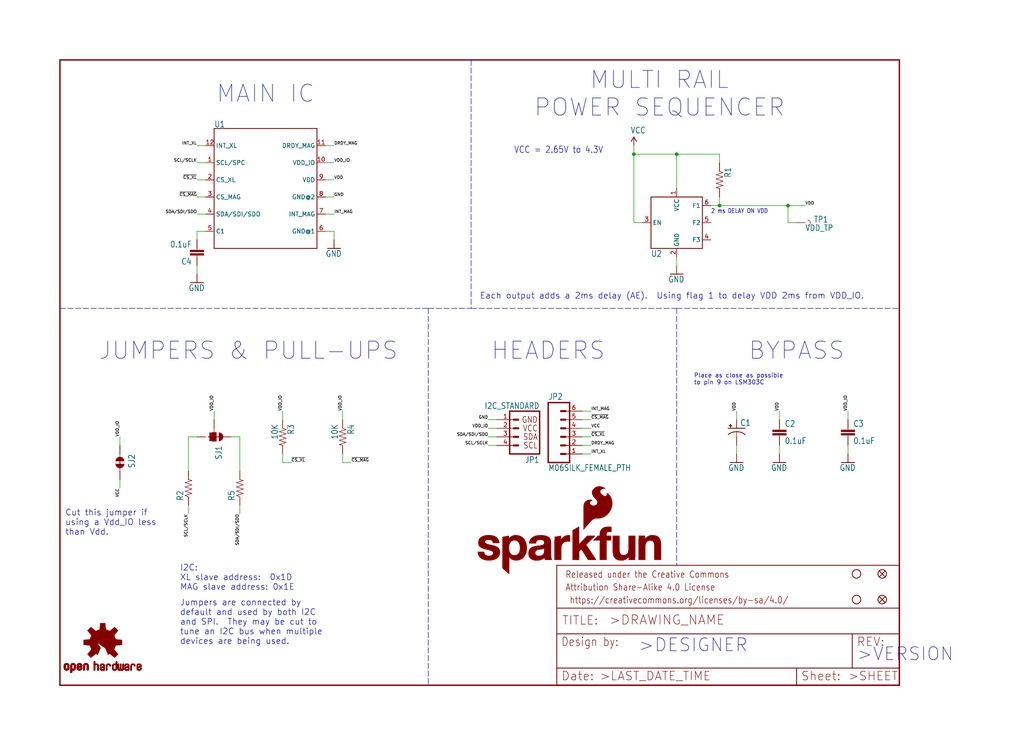
<source format=kicad_sch>
(kicad_sch (version 20211123) (generator eeschema)
  (paper "User" 303.657 223.926)
  (lib_symbols
    (symbol "schematicEagle-eagle-import:0.1UF-25V(+80{slash}-20%)(0603)"
      (property "Reference" "C" (at 1.524 2.921 0))
      (property "Value" "0.1UF-25V(+80{slash}-20%)(0603)" (at 1.524 -2.159 0))
      (symbol "0.1UF-25V(+80{slash}-20%)(0603)_1_0"
        (pin passive line (at 0 5.08 270) (length 2.54) (name "1") (number "1"))
        (pin passive line (at 0 -2.54 90) (length 2.54) (name "2") (number "2"))
      )
    )
    (symbol "schematicEagle-eagle-import:10KOHM-1{slash}10W-1%(0603)0603"
      (property "Reference" "R" (at -3.81 1.4986 0))
      (property "Value" "10KOHM-1{slash}10W-1%(0603)0603" (at -3.81 -3.302 0))
      (symbol "10KOHM-1{slash}10W-1%(0603)0603_1_0"
        (pin passive line (at -5.08 0 0) (length 2.54) (name "1") (number "1"))
        (pin passive line (at 5.08 0 180) (length 2.54) (name "2") (number "2"))
      )
    )
    (symbol "schematicEagle-eagle-import:4.7KOHM-1{slash}10W-1%(0603)"
      (property "Reference" "R" (at -3.81 1.4986 0))
      (property "Value" "4.7KOHM-1{slash}10W-1%(0603)" (at -3.81 -3.302 0))
      (symbol "4.7KOHM-1{slash}10W-1%(0603)_1_0"
        (pin passive line (at -5.08 0 0) (length 2.54) (name "1") (number "1"))
        (pin passive line (at 5.08 0 180) (length 2.54) (name "2") (number "2"))
      )
    )
    (symbol "schematicEagle-eagle-import:CAP_POL1206"
      (property "Reference" "C" (at 1.016 0.635 0))
      (property "Value" "CAP_POL1206" (at 1.016 -4.191 0))
      (symbol "CAP_POL1206_1_0"
        (pin passive line (at 0 2.54 270) (length 2.54) (name "+") (number "A"))
        (pin passive line (at 0 -5.08 90) (length 2.54) (name "-") (number "C"))
      )
    )
    (symbol "schematicEagle-eagle-import:FIDUCIAL1X2")
    (symbol "schematicEagle-eagle-import:FRAME-LETTER"
      (symbol "FRAME-LETTER_2_0"
        (text " https://creativecommons.org/licenses/by-sa/4.0/" (at 2.54 24.13 0) (effects (font (size 1.9304 1.6408)) (justify left bottom)))
        (text ">DRAWING_NAME" (at 15.494 17.78 0) (effects (font (size 2.7432 2.7432)) (justify left bottom)))
        (text ">LAST_DATE_TIME" (at 12.7 1.27 0) (effects (font (size 2.54 2.54)) (justify left bottom)))
        (text ">SHEET" (at 86.36 1.27 0) (effects (font (size 2.54 2.54)) (justify left bottom)))
        (text "Attribution Share-Alike 4.0 License" (at 2.54 27.94 0) (effects (font (size 1.9304 1.6408)) (justify left bottom)))
        (text "Date:" (at 1.27 1.27 0) (effects (font (size 2.54 2.54)) (justify left bottom)))
        (text "Design by:" (at 1.27 11.43 0) (effects (font (size 2.54 2.159)) (justify left bottom)))
        (text "Released under the Creative Commons" (at 2.54 31.75 0) (effects (font (size 1.9304 1.6408)) (justify left bottom)))
        (text "REV:" (at 88.9 11.43 0) (effects (font (size 2.54 2.54)) (justify left bottom)))
        (text "Sheet:" (at 72.39 1.27 0) (effects (font (size 2.54 2.54)) (justify left bottom)))
        (text "TITLE:" (at 1.524 17.78 0) (effects (font (size 2.54 2.54)) (justify left bottom)))
      )
    )
    (symbol "schematicEagle-eagle-import:GND" (power)
      (property "Value" "GND" (at -2.54 -2.54 0))
      (symbol "GND_1_0"
        (pin power_in line (at 0 2.54 270) (length 2.54) (name "GND") (number "1"))
      )
    )
    (symbol "schematicEagle-eagle-import:I2C_STANDARD"
      (property "Reference" "JP" (at -2.54 13.462 0))
      (property "Value" "I2C_STANDARD" (at -2.54 -2.54 0))
      (symbol "I2C_STANDARD_1_0"
        (text "GND" (at -2.032 2.54 0) (effects (font (size 1.778 1.5113)) (justify left)))
        (text "SCL" (at -2.032 10.16 0) (effects (font (size 1.778 1.5113)) (justify left)))
        (text "SDA" (at -2.032 7.62 0) (effects (font (size 1.778 1.5113)) (justify left)))
        (text "VCC" (at -2.032 5.08 0) (effects (font (size 1.778 1.5113)) (justify left)))
        (pin passive line (at 10.16 2.54 180) (length 5.08) (name "1") (number "1"))
        (pin passive line (at 10.16 5.08 180) (length 5.08) (name "2") (number "2"))
        (pin passive line (at 10.16 7.62 180) (length 5.08) (name "3") (number "3"))
        (pin passive line (at 10.16 10.16 180) (length 5.08) (name "4") (number "4"))
      )
    )
    (symbol "schematicEagle-eagle-import:JUMPER-PAD-2-NC_BY_TRACE"
      (property "Reference" "SJ" (at -2.54 2.54 0))
      (property "Value" "JUMPER-PAD-2-NC_BY_TRACE" (at -2.54 -5.08 0))
      (symbol "JUMPER-PAD-2-NC_BY_TRACE_1_0"
        (pin passive line (at -5.08 0 0) (length 2.54) (name "1") (number "1"))
        (pin passive line (at 5.08 0 180) (length 2.54) (name "2") (number "2"))
      )
    )
    (symbol "schematicEagle-eagle-import:JUMPER-PAD-3-NC_BY_TRACE"
      (property "Reference" "SJ" (at 2.54 0.381 0))
      (property "Value" "JUMPER-PAD-3-NC_BY_TRACE" (at 2.54 -1.905 0))
      (symbol "JUMPER-PAD-3-NC_BY_TRACE_1_0"
        (pin passive line (at 0 5.08 270) (length 2.54) (name "1") (number "1"))
        (pin passive line (at -5.08 0 0) (length 2.54) (name "2") (number "2"))
        (pin passive line (at 0 -5.08 90) (length 2.54) (name "3") (number "3"))
      )
    )
    (symbol "schematicEagle-eagle-import:LM3880{slash}-QI"
      (property "Reference" "U" (at -7.62 -10.16 0))
      (property "Value" "LM3880{slash}-QI" (at -7.62 7.62 0))
      (symbol "LM3880{slash}-QI_1_0"
        (pin bidirectional line (at 0 10.16 270) (length 2.54) (name "VCC") (number "1"))
        (pin bidirectional line (at 0 -10.16 90) (length 2.54) (name "GND") (number "2"))
        (pin bidirectional line (at -10.16 0 0) (length 2.54) (name "EN") (number "3"))
        (pin bidirectional line (at 10.16 -5.08 180) (length 2.54) (name "F3") (number "4"))
        (pin bidirectional line (at 10.16 0 180) (length 2.54) (name "F2") (number "5"))
        (pin bidirectional line (at 10.16 5.08 180) (length 2.54) (name "F1") (number "6"))
      )
    )
    (symbol "schematicEagle-eagle-import:LSM303C"
      (property "Reference" "U" (at -15.24 19.05 0))
      (property "Value" "LSM303C" (at -15.24 -19.05 0))
      (symbol "LSM303C_1_0"
        (pin bidirectional line (at -17.78 7.62 0) (length 2.54) (name "SCL/SPC") (number "1"))
        (pin bidirectional line (at 17.78 7.62 180) (length 2.54) (name "VDD_IO") (number "10"))
        (pin bidirectional line (at 17.78 12.7 180) (length 2.54) (name "DRDY_MAG") (number "11"))
        (pin bidirectional line (at -17.78 12.7 0) (length 2.54) (name "INT_XL") (number "12"))
        (pin bidirectional line (at -17.78 2.54 0) (length 2.54) (name "CS_XL") (number "2"))
        (pin bidirectional line (at -17.78 -2.54 0) (length 2.54) (name "CS_MAG") (number "3"))
        (pin bidirectional line (at -17.78 -7.62 0) (length 2.54) (name "SDA/SDI/SDO") (number "4"))
        (pin bidirectional line (at -17.78 -12.7 0) (length 2.54) (name "C1") (number "5"))
        (pin bidirectional line (at 17.78 -12.7 180) (length 2.54) (name "GND@1") (number "6"))
        (pin bidirectional line (at 17.78 -7.62 180) (length 2.54) (name "INT_MAG") (number "7"))
        (pin bidirectional line (at 17.78 -2.54 180) (length 2.54) (name "GND@2") (number "8"))
        (pin bidirectional line (at 17.78 2.54 180) (length 2.54) (name "VDD") (number "9"))
      )
    )
    (symbol "schematicEagle-eagle-import:M06SILK_FEMALE_PTH"
      (property "Reference" "JP" (at -5.08 10.922 0))
      (property "Value" "M06SILK_FEMALE_PTH" (at -5.08 -10.16 0))
      (symbol "M06SILK_FEMALE_PTH_1_0"
        (pin passive line (at 5.08 -5.08 180) (length 5.08) (name "1") (number "1"))
        (pin passive line (at 5.08 -2.54 180) (length 5.08) (name "2") (number "2"))
        (pin passive line (at 5.08 0 180) (length 5.08) (name "3") (number "3"))
        (pin passive line (at 5.08 2.54 180) (length 5.08) (name "4") (number "4"))
        (pin passive line (at 5.08 5.08 180) (length 5.08) (name "5") (number "5"))
        (pin passive line (at 5.08 7.62 180) (length 5.08) (name "6") (number "6"))
      )
    )
    (symbol "schematicEagle-eagle-import:OSHW-LOGOS")
    (symbol "schematicEagle-eagle-import:RESISTOR0603-RES"
      (property "Reference" "R" (at -3.81 1.4986 0))
      (property "Value" "RESISTOR0603-RES" (at -3.81 -3.302 0))
      (symbol "RESISTOR0603-RES_1_0"
        (pin passive line (at -5.08 0 0) (length 2.54) (name "1") (number "1"))
        (pin passive line (at 5.08 0 180) (length 2.54) (name "2") (number "2"))
      )
    )
    (symbol "schematicEagle-eagle-import:SFE_LOGO_FLAME.1EXP")
    (symbol "schematicEagle-eagle-import:SFE_LOGO_NAME.1_INCH")
    (symbol "schematicEagle-eagle-import:STAND-OFF")
    (symbol "schematicEagle-eagle-import:TEST-POINTTP_15TH_THRU"
      (property "Reference" "TP" (at -2.54 2.54 0))
      (property "Value" "TEST-POINTTP_15TH_THRU" (at -2.54 -2.54 0))
      (symbol "TEST-POINTTP_15TH_THRU_1_0"
        (pin bidirectional line (at 0 0 180) (length 0) (name "1") (number "P$1"))
      )
    )
    (symbol "schematicEagle-eagle-import:VCC" (power)
      (property "Value" "VCC" (at -1.016 3.556 0))
      (symbol "VCC_1_0"
        (pin power_in line (at 0 0 90) (length 2.54) (name "VCC") (number "1"))
      )
    )
  )
  (junction (at 233.68 60.96))
  (junction (at 200.66 45.72))
  (junction (at 187.96 45.72))
  (junction (at 213.36 60.96))
  (wire (pts (xy 172.72 124.46) (xy 175.26 124.46)))
  (polyline (pts (xy 17.78 91.44) (xy 127 91.44)))
  (wire (pts (xy 96.52 68.58) (xy 99.06 68.58)))
  (wire (pts (xy 251.46 121.92) (xy 251.46 124.46)))
  (wire (pts (xy 172.72 129.54) (xy 175.26 129.54)))
  (wire (pts (xy 172.72 134.62) (xy 175.26 134.62)))
  (polyline (pts (xy 139.7 17.78) (xy 139.7 91.44)))
  (wire (pts (xy 60.96 43.18) (xy 58.42 43.18)))
  (wire (pts (xy 187.96 66.04) (xy 190.5 66.04)))
  (wire (pts (xy 147.32 124.46) (xy 144.78 124.46)))
  (wire (pts (xy 200.66 45.72) (xy 213.36 45.72)))
  (wire (pts (xy 55.88 152.4) (xy 55.88 149.86)))
  (wire (pts (xy 218.44 134.62) (xy 218.44 132.08)))
  (wire (pts (xy 83.82 137.16) (xy 83.82 134.62)))
  (polyline (pts (xy 139.7 91.44) (xy 200.66 91.44)))
  (wire (pts (xy 251.46 134.62) (xy 251.46 132.08)))
  (wire (pts (xy 147.32 129.54) (xy 144.78 129.54)))
  (polyline (pts (xy 127 91.44) (xy 127 203.2)))
  (wire (pts (xy 233.68 66.04) (xy 233.68 60.96)))
  (wire (pts (xy 213.36 60.96) (xy 213.36 58.42)))
  (wire (pts (xy 200.66 45.72) (xy 200.66 55.88)))
  (wire (pts (xy 71.12 152.4) (xy 71.12 149.86)))
  (wire (pts (xy 96.52 48.26) (xy 99.06 48.26)))
  (wire (pts (xy 96.52 58.42) (xy 99.06 58.42)))
  (wire (pts (xy 187.96 45.72) (xy 187.96 66.04)))
  (wire (pts (xy 99.06 68.58) (xy 99.06 71.12)))
  (wire (pts (xy 60.96 48.26) (xy 58.42 48.26)))
  (wire (pts (xy 55.88 129.54) (xy 55.88 139.7)))
  (wire (pts (xy 60.96 53.34) (xy 58.42 53.34)))
  (wire (pts (xy 35.56 144.78) (xy 35.56 142.24)))
  (wire (pts (xy 218.44 124.46) (xy 218.44 121.92)))
  (wire (pts (xy 35.56 132.08) (xy 35.56 129.54)))
  (wire (pts (xy 96.52 63.5) (xy 99.06 63.5)))
  (wire (pts (xy 238.76 60.96) (xy 233.68 60.96)))
  (wire (pts (xy 68.58 129.54) (xy 71.12 129.54)))
  (wire (pts (xy 231.14 134.62) (xy 231.14 132.08)))
  (wire (pts (xy 99.06 53.34) (xy 96.52 53.34)))
  (polyline (pts (xy 200.66 91.44) (xy 200.66 167.64)))
  (wire (pts (xy 96.52 43.18) (xy 99.06 43.18)))
  (wire (pts (xy 101.6 137.16) (xy 104.14 137.16)))
  (wire (pts (xy 172.72 132.08) (xy 175.26 132.08)))
  (wire (pts (xy 233.68 60.96) (xy 213.36 60.96)))
  (wire (pts (xy 172.72 121.92) (xy 175.26 121.92)))
  (wire (pts (xy 101.6 137.16) (xy 101.6 134.62)))
  (wire (pts (xy 60.96 63.5) (xy 58.42 63.5)))
  (wire (pts (xy 60.96 68.58) (xy 58.42 68.58)))
  (wire (pts (xy 147.32 127) (xy 144.78 127)))
  (wire (pts (xy 60.96 58.42) (xy 58.42 58.42)))
  (wire (pts (xy 200.66 78.74) (xy 200.66 76.2)))
  (wire (pts (xy 187.96 45.72) (xy 187.96 43.18)))
  (wire (pts (xy 63.5 124.46) (xy 63.5 121.92)))
  (wire (pts (xy 58.42 68.58) (xy 58.42 71.12)))
  (wire (pts (xy 172.72 127) (xy 175.26 127)))
  (wire (pts (xy 231.14 121.92) (xy 231.14 124.46)))
  (wire (pts (xy 83.82 121.92) (xy 83.82 124.46)))
  (wire (pts (xy 71.12 129.54) (xy 71.12 139.7)))
  (polyline (pts (xy 200.66 91.44) (xy 266.7 91.44)))
  (wire (pts (xy 58.42 129.54) (xy 55.88 129.54)))
  (wire (pts (xy 147.32 132.08) (xy 144.78 132.08)))
  (wire (pts (xy 187.96 45.72) (xy 200.66 45.72)))
  (wire (pts (xy 213.36 48.26) (xy 213.36 45.72)))
  (wire (pts (xy 236.22 66.04) (xy 233.68 66.04)))
  (wire (pts (xy 213.36 60.96) (xy 210.82 60.96)))
  (wire (pts (xy 86.36 137.16) (xy 83.82 137.16)))
  (wire (pts (xy 101.6 124.46) (xy 101.6 121.92)))
  (wire (pts (xy 58.42 81.28) (xy 58.42 78.74)))
  (polyline (pts (xy 127 91.44) (xy 139.7 91.44)))
  (text "BYPASS" (at 236.22 104.14 180) (effects (font (size 5.08 5.08))))
  (text "MULTI RAIL\nPOWER SEQUENCER" (at 195.58 27.94 180) (effects (font (size 5.08 5.08))))
  (text "I2C:\nXL slave address:  0x1D\nMAG slave address: 0x1E" (at 53.34 175.26 0) (effects (font (size 1.778 1.778)) (justify left bottom)))
  (text "Place as close as possible\nto pin 9 on LSM303C" (at 205.74 114.3 180) (effects (font (size 1.27 1.27)) (justify left bottom)))
  (text "JUMPERS & PULL-UPS" (at 73.66 104.14 180) (effects (font (size 5.08 5.08))))
  (text ">VERSION" (at 254 196.342 180) (effects (font (size 3.81 3.81)) (justify left bottom)))
  (text "Cut this jumper if\nusing a Vdd_IO less\nthan Vdd." (at 19.304 151.13 180) (effects (font (size 1.778 1.778)) (justify left top)))
  (text "2 ms DELAY ON VDD" (at 210.82 63.5 180) (effects (font (size 1.27 1.0795)) (justify left bottom)))
  (text "HEADERS" (at 162.56 104.14 180) (effects (font (size 5.08 5.08))))
  (text "MAIN IC" (at 78.74 27.94 180) (effects (font (size 5.08 5.08))))
  (text "VCC = 2.65V to 4.3V" (at 152.4 45.72 180) (effects (font (size 1.9304 1.6408)) (justify left bottom)))
  (text "Jumpers are connected by\ndefault and used by both I2C\nand SPI.  They may be cut to\ntune an I2C bus when multiple\ndevices are being used." (at 53.34 177.8 0) (effects (font (size 1.778 1.778)) (justify left top)))
  (text ">DESIGNER" (at 189.23 189.23 180) (effects (font (size 3.81 3.81)) (justify left top)))
  (text "Each output adds a 2ms delay (AE).  Using flag 1 to delay VDD 2ms from VDD_IO." (at 142.24 88.9 0) (effects (font (size 1.778 1.778)) (justify left bottom)))
  (label "VDD" (at 231.14 121.92 90) (effects (font (size 0.889 0.889))))
  (label "VCC" (at 35.56 144.78 270) (effects (font (size 0.889 0.889))))
  (label "INT_MAG" (at 99.06 63.5 0) (effects (font (size 0.889 0.889))))
  (label "DRDY_MAG" (at 175.26 132.08 0) (effects (font (size 0.889 0.889))))
  (label "GND" (at 144.78 124.46 180) (effects (font (size 0.889 0.889))))
  (label "SDA/SDI/SDO" (at 71.12 152.4 270) (effects (font (size 0.889 0.889))))
  (label "VDD_IO" (at 251.46 121.92 90) (effects (font (size 0.889 0.889))))
  (label "VDD_IO" (at 144.78 127 180) (effects (font (size 0.889 0.889))))
  (label "~{CS_MAG}" (at 58.42 58.42 180) (effects (font (size 0.889 0.889))))
  (label "VDD" (at 99.06 53.34 0) (effects (font (size 0.889 0.889))))
  (label "INT_MAG" (at 175.26 121.92 0) (effects (font (size 0.889 0.889))))
  (label "SDA/SDI/SDO" (at 144.78 129.54 180) (effects (font (size 0.889 0.889))))
  (label "~{CS_XL}" (at 86.36 137.16 0) (effects (font (size 0.889 0.889))))
  (label "DRDY_MAG" (at 99.06 43.18 0) (effects (font (size 0.889 0.889))))
  (label "VDD_IO" (at 83.82 121.92 90) (effects (font (size 0.889 0.889))))
  (label "~{CS_XL}" (at 58.42 53.34 180) (effects (font (size 0.889 0.889))))
  (label "VDD_IO" (at 101.6 121.92 90) (effects (font (size 0.889 0.889))))
  (label "VDD_IO" (at 99.06 48.26 0) (effects (font (size 0.889 0.889))))
  (label "GND" (at 99.06 58.42 0) (effects (font (size 0.889 0.889))))
  (label "~{CS_MAG}" (at 104.14 137.16 0) (effects (font (size 0.889 0.889))))
  (label "VDD_IO" (at 63.5 121.92 90) (effects (font (size 0.889 0.889))))
  (label "VDD" (at 218.44 121.92 90) (effects (font (size 0.889 0.889))))
  (label "~{CS_MAG}" (at 175.26 124.46 0) (effects (font (size 0.889 0.889))))
  (label "VCC" (at 175.26 127 0) (effects (font (size 0.889 0.889))))
  (label "~{CS_XL}" (at 175.26 129.54 0) (effects (font (size 0.889 0.889))))
  (label "SCL/SCLK" (at 58.42 48.26 180) (effects (font (size 0.889 0.889))))
  (label "SDA/SDI/SDO" (at 58.42 63.5 180) (effects (font (size 0.889 0.889))))
  (label "SCL/SCLK" (at 144.78 132.08 180) (effects (font (size 0.889 0.889))))
  (label "SCL/SCLK" (at 55.88 152.4 270) (effects (font (size 0.889 0.889))))
  (label "INT_XL" (at 58.42 43.18 180) (effects (font (size 0.889 0.889))))
  (label "VDD_IO" (at 35.56 129.54 90) (effects (font (size 0.889 0.889))))
  (label "INT_XL" (at 175.26 134.62 0) (effects (font (size 0.889 0.889))))
  (label "VDD" (at 238.76 60.96 0) (effects (font (size 0.889 0.889))))
  (symbol (lib_id "schematicEagle-eagle-import:GND") (at 218.44 137.16 0) (unit 1)
    (property "Reference" "#GND2" (effects hide))
    (property "Value" "GND" (at 215.9 139.7 0) (effects (font (size 1.778 1.5113)) (justify left bottom)))
    (property "Footprint" "schematicEagle:" (effects hide))
  )
  (symbol (lib_id "schematicEagle-eagle-import:SFE_LOGO_FLAME.1EXP") (at 172.72 157.48 0) (unit 1)
    (property "Reference" "LOGO2" (effects hide))
    (property "Value" "SFE_LOGO_FLAME.1EXP" (effects hide))
    (property "Footprint" "schematicEagle:SFE_LOGO_FLAME_COPPER_EXPOSED_.1" (effects hide))
  )
  (symbol (lib_id "schematicEagle-eagle-import:FIDUCIAL1X2") (at 261.62 177.8 0) (unit 1)
    (property "Reference" "FID2" (effects hide))
    (property "Value" "FIDUCIAL1X2" (effects hide))
    (property "Footprint" "schematicEagle:FIDUCIAL-1X2" (effects hide))
  )
  (symbol (lib_id "schematicEagle-eagle-import:STAND-OFF") (at 254 170.18 0) (unit 1)
    (property "Reference" "STANDOFF2" (effects hide))
    (property "Value" "STAND-OFF" (effects hide))
    (property "Footprint" "schematicEagle:STAND-OFF" (effects hide))
  )
  (symbol (lib_id "schematicEagle-eagle-import:4.7KOHM-1{slash}10W-1%(0603)") (at 71.12 144.78 90) (unit 1)
    (property "Reference" "R5" (at 69.6214 148.59 0) (effects (font (size 1.778 1.5113)) (justify left bottom)))
    (property "Value" "4.7K" (at 74.422 148.59 0) (effects (font (size 1.778 1.5113)) (justify left bottom)))
    (property "Footprint" "schematicEagle:0603-RES" (effects hide))
    (property "Value" "4.7K" (effects hide))
  )
  (symbol (lib_id "schematicEagle-eagle-import:SFE_LOGO_NAME.1_INCH") (at 139.7 170.18 0) (unit 1)
    (property "Reference" "LOGO1" (effects hide))
    (property "Value" "SFE_LOGO_NAME.1_INCH" (effects hide))
    (property "Footprint" "schematicEagle:SFE_LOGO_NAME_.1" (effects hide))
  )
  (symbol (lib_id "schematicEagle-eagle-import:0.1UF-25V(+80{slash}-20%)(0603)") (at 251.46 129.54 0) (unit 1)
    (property "Reference" "C3" (at 252.984 126.619 0) (effects (font (size 1.778 1.5113)) (justify left bottom)))
    (property "Value" "0.1uF" (at 252.984 131.699 0) (effects (font (size 1.778 1.5113)) (justify left bottom)))
    (property "Footprint" "schematicEagle:0603-CAP" (effects hide))
  )
  (symbol (lib_id "schematicEagle-eagle-import:JUMPER-PAD-2-NC_BY_TRACE") (at 35.56 137.16 270) (unit 1)
    (property "Reference" "SJ2" (at 38.1 134.62 0) (effects (font (size 1.778 1.5113)) (justify left bottom)))
    (property "Value" "JUMPER-PAD-2-NC_BY_TRACE" (effects hide))
    (property "Footprint" "schematicEagle:PAD-JUMPER-2-NC_BY_TRACE_YES_SILK" (effects hide))
  )
  (symbol (lib_id "schematicEagle-eagle-import:GND") (at 200.66 81.28 0) (unit 1)
    (property "Reference" "#GND14" (effects hide))
    (property "Value" "GND" (at 198.12 83.82 0) (effects (font (size 1.778 1.5113)) (justify left bottom)))
    (property "Footprint" "schematicEagle:" (effects hide))
  )
  (symbol (lib_id "schematicEagle-eagle-import:GND") (at 231.14 137.16 0) (unit 1)
    (property "Reference" "#GND3" (effects hide))
    (property "Value" "GND" (at 228.6 139.7 0) (effects (font (size 1.778 1.5113)) (justify left bottom)))
    (property "Footprint" "schematicEagle:" (effects hide))
  )
  (symbol (lib_id "schematicEagle-eagle-import:CAP_POL1206") (at 218.44 127 0) (unit 1)
    (property "Reference" "C1" (at 219.456 126.365 0) (effects (font (size 1.778 1.5113)) (justify left bottom)))
    (property "Value" "10uF" (at 219.456 131.191 0) (effects (font (size 1.778 1.5113)) (justify left bottom)))
    (property "Footprint" "schematicEagle:EIA3216" (effects hide))
    (property "Value" "10uF" (effects hide))
  )
  (symbol (lib_id "schematicEagle-eagle-import:STAND-OFF") (at 254 177.8 0) (unit 1)
    (property "Reference" "STANDOFF1" (effects hide))
    (property "Value" "STAND-OFF" (effects hide))
    (property "Footprint" "schematicEagle:STAND-OFF" (effects hide))
  )
  (symbol (lib_id "schematicEagle-eagle-import:FRAME-LETTER") (at 165.1 203.2 0) (unit 2)
    (property "Reference" "FRAME1" (effects hide))
    (property "Value" "FRAME-LETTER" (effects hide))
    (property "Footprint" "schematicEagle:CREATIVE_COMMONS" (effects hide))
  )
  (symbol (lib_id "schematicEagle-eagle-import:LM3880{slash}-QI") (at 200.66 66.04 0) (unit 1)
    (property "Reference" "U2" (at 193.04 76.2 0) (effects (font (size 1.778 1.5113)) (justify left bottom)))
    (property "Value" "LM3880" (at 205.74 76.2 0) (effects (font (size 1.778 1.5113)) (justify left bottom)))
    (property "Footprint" "schematicEagle:SOT23-6" (effects hide))
    (property "Value" "LM3880" (effects hide))
  )
  (symbol (lib_id "schematicEagle-eagle-import:TEST-POINTTP_15TH_THRU") (at 236.22 66.04 0) (unit 1)
    (property "Reference" "TP1" (at 241.3 66.04 0) (effects (font (size 1.778 1.5113)) (justify left bottom)))
    (property "Value" "VDD_TP" (at 238.76 68.58 0) (effects (font (size 1.778 1.5113)) (justify left bottom)))
    (property "Footprint" "schematicEagle:TP_15TH" (effects hide))
  )
  (symbol (lib_id "schematicEagle-eagle-import:10KOHM-1{slash}10W-1%(0603)0603") (at 101.6 129.54 270) (unit 1)
    (property "Reference" "R4" (at 103.0986 125.73 0) (effects (font (size 1.778 1.5113)) (justify left bottom)))
    (property "Value" "10K" (at 98.298 125.73 0) (effects (font (size 1.778 1.5113)) (justify left bottom)))
    (property "Footprint" "schematicEagle:0603-RES" (effects hide))
  )
  (symbol (lib_id "schematicEagle-eagle-import:VCC") (at 187.96 43.18 0) (unit 1)
    (property "Reference" "#SUPPLY2" (effects hide))
    (property "Value" "VCC" (at 186.944 39.624 0) (effects (font (size 1.778 1.5113)) (justify left bottom)))
    (property "Footprint" "schematicEagle:" (effects hide))
  )
  (symbol (lib_id "schematicEagle-eagle-import:JUMPER-PAD-3-NC_BY_TRACE") (at 63.5 129.54 270) (unit 1)
    (property "Reference" "SJ1" (at 63.881 132.08 0) (effects (font (size 1.778 1.5113)) (justify left bottom)))
    (property "Value" "JUMPER-PAD-3-NC_BY_TRACE" (effects hide))
    (property "Footprint" "schematicEagle:PAD-JUMPER-3-3OF3_NC_BY_TRACE_YES_SILK_FULL_BOX" (effects hide))
  )
  (symbol (lib_id "schematicEagle-eagle-import:OSHW-LOGOS") (at 30.48 190.5 0) (unit 1)
    (property "Reference" "U$8" (effects hide))
    (property "Value" "OSHW-LOGOS" (effects hide))
    (property "Footprint" "schematicEagle:OSHW-LOGO-S" (effects hide))
  )
  (symbol (lib_id "schematicEagle-eagle-import:0.1UF-25V(+80{slash}-20%)(0603)") (at 231.14 129.54 0) (unit 1)
    (property "Reference" "C2" (at 232.664 126.619 0) (effects (font (size 1.778 1.5113)) (justify left bottom)))
    (property "Value" "0.1uF" (at 232.664 131.699 0) (effects (font (size 1.778 1.5113)) (justify left bottom)))
    (property "Footprint" "schematicEagle:0603-CAP" (effects hide))
  )
  (symbol (lib_id "schematicEagle-eagle-import:0.1UF-25V(+80{slash}-20%)(0603)") (at 58.42 73.66 180) (unit 1)
    (property "Reference" "C4" (at 56.896 76.581 0) (effects (font (size 1.778 1.5113)) (justify left bottom)))
    (property "Value" "0.1uF" (at 56.896 71.501 0) (effects (font (size 1.778 1.5113)) (justify left bottom)))
    (property "Footprint" "schematicEagle:0603-CAP" (effects hide))
  )
  (symbol (lib_id "schematicEagle-eagle-import:4.7KOHM-1{slash}10W-1%(0603)") (at 55.88 144.78 90) (unit 1)
    (property "Reference" "R2" (at 54.3814 148.59 0) (effects (font (size 1.778 1.5113)) (justify left bottom)))
    (property "Value" "4.7K" (at 59.182 148.59 0) (effects (font (size 1.778 1.5113)) (justify left bottom)))
    (property "Footprint" "schematicEagle:0603-RES" (effects hide))
    (property "Value" "4.7K" (effects hide))
  )
  (symbol (lib_id "schematicEagle-eagle-import:10KOHM-1{slash}10W-1%(0603)0603") (at 83.82 129.54 270) (unit 1)
    (property "Reference" "R3" (at 85.3186 125.73 0) (effects (font (size 1.778 1.5113)) (justify left bottom)))
    (property "Value" "10K" (at 80.518 125.73 0) (effects (font (size 1.778 1.5113)) (justify left bottom)))
    (property "Footprint" "schematicEagle:0603-RES" (effects hide))
  )
  (symbol (lib_id "schematicEagle-eagle-import:M06SILK_FEMALE_PTH") (at 167.64 129.54 0) (unit 1)
    (property "Reference" "JP2" (at 162.56 118.618 0) (effects (font (size 1.778 1.5113)) (justify left bottom)))
    (property "Value" "M06SILK_FEMALE_PTH" (at 162.56 139.7 0) (effects (font (size 1.778 1.5113)) (justify left bottom)))
    (property "Footprint" "schematicEagle:1X06" (effects hide))
  )
  (symbol (lib_id "schematicEagle-eagle-import:GND") (at 99.06 73.66 0) (unit 1)
    (property "Reference" "#GND13" (effects hide))
    (property "Value" "GND" (at 96.52 76.2 0) (effects (font (size 1.778 1.5113)) (justify left bottom)))
    (property "Footprint" "schematicEagle:" (effects hide))
  )
  (symbol (lib_id "schematicEagle-eagle-import:FRAME-LETTER") (at 17.78 203.2 0) (unit 1)
    (property "Reference" "FRAME1" (effects hide))
    (property "Value" "FRAME-LETTER" (effects hide))
    (property "Footprint" "schematicEagle:CREATIVE_COMMONS" (effects hide))
  )
  (symbol (lib_id "schematicEagle-eagle-import:FIDUCIAL1X2") (at 261.62 170.18 0) (unit 1)
    (property "Reference" "FID1" (effects hide))
    (property "Value" "FIDUCIAL1X2" (effects hide))
    (property "Footprint" "schematicEagle:FIDUCIAL-1X2" (effects hide))
  )
  (symbol (lib_id "schematicEagle-eagle-import:RESISTOR0603-RES") (at 213.36 53.34 270) (unit 1)
    (property "Reference" "R1" (at 214.8586 49.53 0) (effects (font (size 1.778 1.5113)) (justify left bottom)))
    (property "Value" "68" (at 210.058 49.53 0) (effects (font (size 1.778 1.5113)) (justify left bottom)))
    (property "Footprint" "schematicEagle:0603-RES" (effects hide))
    (property "Value" "68" (effects hide))
  )
  (symbol (lib_id "schematicEagle-eagle-import:GND") (at 58.42 83.82 0) (unit 1)
    (property "Reference" "#GND15" (effects hide))
    (property "Value" "GND" (at 55.88 86.36 0) (effects (font (size 1.778 1.5113)) (justify left bottom)))
    (property "Footprint" "schematicEagle:" (effects hide))
  )
  (symbol (lib_id "schematicEagle-eagle-import:I2C_STANDARD") (at 157.48 121.92 180) (unit 1)
    (property "Reference" "JP1" (at 160.02 135.382 0) (effects (font (size 1.778 1.5113)) (justify left bottom)))
    (property "Value" "I2C_STANDARD" (at 160.02 119.38 0) (effects (font (size 1.778 1.5113)) (justify left bottom)))
    (property "Footprint" "schematicEagle:1X04" (effects hide))
  )
  (symbol (lib_id "schematicEagle-eagle-import:LSM303C") (at 78.74 55.88 0) (unit 1)
    (property "Reference" "U1" (at 63.5 36.83 0) (effects (font (size 1.778 1.5113)) (justify left)))
    (property "Value" "LSM303C" (at 63.5 74.93 0) (effects (font (size 1.778 1.5113)) (justify left)))
    (property "Footprint" "schematicEagle:LGA-12" (effects hide))
    (property "Value" "LSM303C" (effects hide))
  )
  (symbol (lib_id "schematicEagle-eagle-import:GND") (at 251.46 137.16 0) (unit 1)
    (property "Reference" "#GND16" (effects hide))
    (property "Value" "GND" (at 248.92 139.7 0) (effects (font (size 1.778 1.5113)) (justify left bottom)))
    (property "Footprint" "schematicEagle:" (effects hide))
  )
)
</source>
